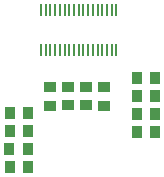
<source format=gbp>
G04*
G04 #@! TF.GenerationSoftware,Altium Limited,Altium Designer,22.2.1 (43)*
G04*
G04 Layer_Color=128*
%FSLAX25Y25*%
%MOIN*%
G70*
G04*
G04 #@! TF.SameCoordinates,4B28361B-3754-4690-972C-136B69916877*
G04*
G04*
G04 #@! TF.FilePolarity,Positive*
G04*
G01*
G75*
%ADD15R,0.03858X0.03661*%
%ADD19R,0.03661X0.03858*%
%ADD20R,0.00906X0.03937*%
D15*
X37000Y43031D02*
D03*
Y36968D02*
D03*
X19000Y43031D02*
D03*
Y36968D02*
D03*
X25000Y43063D02*
D03*
Y37000D02*
D03*
X31000Y43063D02*
D03*
Y37000D02*
D03*
D19*
X11500Y34500D02*
D03*
X5437D02*
D03*
X11500Y28500D02*
D03*
X5437D02*
D03*
X11468Y22500D02*
D03*
X5406D02*
D03*
X11531Y16500D02*
D03*
X5469D02*
D03*
X54000Y28000D02*
D03*
X47937D02*
D03*
X54000Y34000D02*
D03*
X47937D02*
D03*
X54000Y40000D02*
D03*
X47937D02*
D03*
X53969Y46000D02*
D03*
X47905D02*
D03*
D20*
X15902Y55500D02*
D03*
X17476D02*
D03*
X19051D02*
D03*
X20626D02*
D03*
X22201D02*
D03*
X23776D02*
D03*
X25350D02*
D03*
X26925D02*
D03*
X28500D02*
D03*
X30075D02*
D03*
X31650D02*
D03*
X34799D02*
D03*
X36374D02*
D03*
X37949D02*
D03*
X39524D02*
D03*
X41098D02*
D03*
X33224D02*
D03*
X41098Y68886D02*
D03*
X39524D02*
D03*
X37949D02*
D03*
X36374D02*
D03*
X34799D02*
D03*
X33224D02*
D03*
X31650D02*
D03*
X30075D02*
D03*
X28500D02*
D03*
X26925D02*
D03*
X25350D02*
D03*
X23776D02*
D03*
X22201D02*
D03*
X20626D02*
D03*
X19051D02*
D03*
X17476D02*
D03*
X15902D02*
D03*
M02*

</source>
